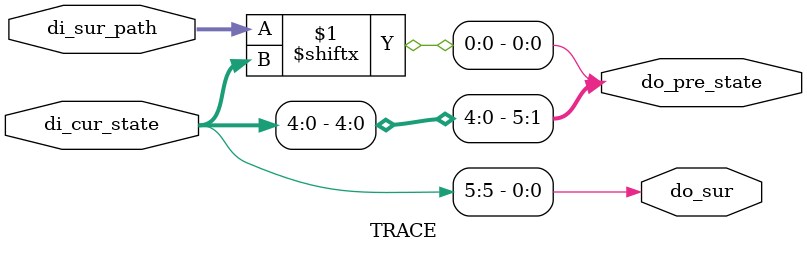
<source format=v>
`include "global_define.vh"      //% include global define file
`timescale 1ns / 1ps


module TRACE(
    input [63:0] di_sur_path,       // survive path, read from RAM, from DEPTH to first(time)
    input [5:0] di_cur_state,  // current state(traceback initial state is from SDS Unit)
                               // others are from the module self
    
    output do_sur,
    output [5:0] do_pre_state
    );

    assign do_sur = di_cur_state[5];
    assign do_pre_state = {di_cur_state[4:0],di_sur_path[di_cur_state]};

endmodule

</source>
